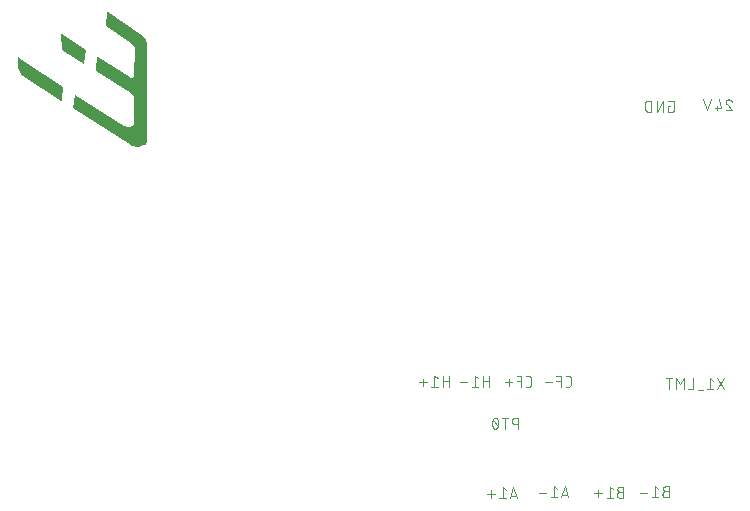
<source format=gbr>
G04 EAGLE Gerber RS-274X export*
G75*
%MOMM*%
%FSLAX34Y34*%
%LPD*%
%INSilkscreen Bottom*%
%IPPOS*%
%AMOC8*
5,1,8,0,0,1.08239X$1,22.5*%
G01*
%ADD10C,0.076200*%

G36*
X241588Y498340D02*
X241588Y498340D01*
X241616Y498348D01*
X241656Y498349D01*
X243478Y498765D01*
X243504Y498777D01*
X243543Y498786D01*
X245260Y499523D01*
X245263Y499525D01*
X245267Y499526D01*
X246230Y499962D01*
X246256Y499982D01*
X246300Y500003D01*
X247147Y500635D01*
X247169Y500661D01*
X247207Y500691D01*
X247899Y501490D01*
X247915Y501519D01*
X247946Y501557D01*
X248451Y502485D01*
X248460Y502518D01*
X248482Y502561D01*
X248777Y503576D01*
X248779Y503605D01*
X248791Y503709D01*
X248767Y504056D01*
X248771Y504082D01*
X248783Y504105D01*
X248782Y504140D01*
X248792Y504191D01*
X248538Y583435D01*
X248551Y584950D01*
X248545Y584974D01*
X248547Y585006D01*
X248336Y586507D01*
X248328Y586527D01*
X248327Y586546D01*
X248325Y586550D01*
X248324Y586562D01*
X247893Y588015D01*
X247881Y588036D01*
X247873Y588067D01*
X247233Y589441D01*
X247215Y589464D01*
X247198Y589500D01*
X246009Y591176D01*
X245989Y591194D01*
X245968Y591225D01*
X244515Y592678D01*
X244492Y592693D01*
X244466Y592719D01*
X242790Y593908D01*
X242784Y593910D01*
X242779Y593916D01*
X215347Y611950D01*
X215294Y611969D01*
X215245Y611997D01*
X215214Y611999D01*
X215184Y612009D01*
X215128Y612003D01*
X215072Y612006D01*
X215043Y611994D01*
X215012Y611991D01*
X214964Y611960D01*
X214912Y611938D01*
X214892Y611914D01*
X214866Y611898D01*
X214837Y611849D01*
X214800Y611806D01*
X214790Y611772D01*
X214776Y611749D01*
X214773Y611715D01*
X214759Y611667D01*
X213743Y600745D01*
X213750Y600701D01*
X213746Y600656D01*
X213761Y600616D01*
X213767Y600574D01*
X213792Y600536D01*
X213809Y600495D01*
X213845Y600459D01*
X213864Y600430D01*
X213887Y600417D01*
X213912Y600393D01*
X234979Y586433D01*
X236019Y585593D01*
X236872Y584586D01*
X237521Y583438D01*
X237944Y582188D01*
X238125Y580878D01*
X237365Y558329D01*
X237293Y557880D01*
X237122Y557486D01*
X236858Y557146D01*
X236518Y556882D01*
X236124Y556711D01*
X235693Y556642D01*
X235065Y556679D01*
X234448Y556833D01*
X233862Y557103D01*
X206706Y574361D01*
X206659Y574377D01*
X206617Y574402D01*
X206579Y574405D01*
X206542Y574418D01*
X206493Y574412D01*
X206444Y574416D01*
X206409Y574402D01*
X206370Y574397D01*
X206329Y574370D01*
X206284Y574351D01*
X206258Y574323D01*
X206226Y574301D01*
X206201Y574259D01*
X206168Y574222D01*
X206155Y574179D01*
X206139Y574152D01*
X206137Y574122D01*
X206124Y574084D01*
X204854Y563162D01*
X204860Y563110D01*
X204857Y563058D01*
X204870Y563025D01*
X204874Y562990D01*
X204902Y562946D01*
X204922Y562897D01*
X204952Y562869D01*
X204968Y562844D01*
X204995Y562828D01*
X205028Y562797D01*
X234478Y544010D01*
X235805Y543001D01*
X236935Y541801D01*
X237297Y541238D01*
X237536Y540617D01*
X237645Y539960D01*
X237618Y539257D01*
X237619Y539254D01*
X237618Y539251D01*
X237110Y518169D01*
X237110Y518168D01*
X237110Y518167D01*
X237099Y517564D01*
X236944Y517034D01*
X236655Y516564D01*
X236255Y516190D01*
X235220Y515680D01*
X235049Y515595D01*
X233740Y515186D01*
X232406Y514988D01*
X231337Y515124D01*
X230288Y515447D01*
X229296Y515951D01*
X187656Y542357D01*
X187609Y542373D01*
X187567Y542398D01*
X187529Y542401D01*
X187492Y542414D01*
X187443Y542408D01*
X187394Y542412D01*
X187359Y542397D01*
X187320Y542393D01*
X187279Y542366D01*
X187234Y542347D01*
X187208Y542318D01*
X187176Y542297D01*
X187151Y542255D01*
X187118Y542218D01*
X187104Y542175D01*
X187088Y542147D01*
X187086Y542118D01*
X187074Y542080D01*
X185804Y531158D01*
X185810Y531105D01*
X185807Y531052D01*
X185820Y531020D01*
X185824Y530986D01*
X185853Y530941D01*
X185873Y530892D01*
X185902Y530865D01*
X185918Y530840D01*
X185945Y530824D01*
X185978Y530793D01*
X232425Y501351D01*
X232649Y501127D01*
X232699Y501096D01*
X232744Y501058D01*
X232772Y501051D01*
X232796Y501036D01*
X232855Y501030D01*
X232890Y501021D01*
X234221Y500071D01*
X234240Y500063D01*
X234260Y500046D01*
X235899Y499150D01*
X235927Y499142D01*
X235962Y499122D01*
X237735Y498536D01*
X237765Y498533D01*
X237802Y498520D01*
X239653Y498263D01*
X239682Y498266D01*
X239722Y498260D01*
X241588Y498340D01*
G37*
G36*
X176038Y537347D02*
X176038Y537347D01*
X176097Y537345D01*
X176123Y537357D01*
X176151Y537360D01*
X176201Y537393D01*
X176255Y537417D01*
X176272Y537439D01*
X176296Y537455D01*
X176326Y537506D01*
X176364Y537552D01*
X176372Y537583D01*
X176385Y537604D01*
X176387Y537639D01*
X176401Y537692D01*
X177163Y548614D01*
X177157Y548654D01*
X177160Y548695D01*
X177143Y548738D01*
X177136Y548785D01*
X177112Y548818D01*
X177097Y548856D01*
X177056Y548896D01*
X177035Y548926D01*
X177015Y548936D01*
X176993Y548957D01*
X142713Y571557D01*
X139674Y573836D01*
X139597Y573870D01*
X139518Y573905D01*
X139517Y573905D01*
X139516Y573906D01*
X139431Y573902D01*
X139345Y573899D01*
X139344Y573898D01*
X139342Y573898D01*
X139267Y573856D01*
X139193Y573816D01*
X139192Y573815D01*
X139191Y573814D01*
X139141Y573742D01*
X139093Y573674D01*
X139093Y573673D01*
X139092Y573671D01*
X139090Y573659D01*
X139066Y573532D01*
X139066Y567690D01*
X139069Y567675D01*
X139067Y567657D01*
X139251Y565578D01*
X139260Y565551D01*
X139263Y565512D01*
X139300Y565376D01*
X139300Y565375D01*
X139403Y564995D01*
X139506Y564615D01*
X139609Y564235D01*
X139712Y563855D01*
X139809Y563498D01*
X139819Y563478D01*
X139820Y563474D01*
X139824Y563466D01*
X139832Y563435D01*
X140723Y561548D01*
X140741Y561525D01*
X140757Y561490D01*
X141966Y559789D01*
X141987Y559770D01*
X142009Y559738D01*
X143497Y558275D01*
X143525Y558258D01*
X143558Y558227D01*
X175816Y537399D01*
X175872Y537379D01*
X175924Y537351D01*
X175952Y537350D01*
X175979Y537340D01*
X176038Y537347D01*
G37*
G36*
X195079Y568334D02*
X195079Y568334D01*
X195132Y568330D01*
X195164Y568344D01*
X195198Y568347D01*
X195243Y568376D01*
X195292Y568396D01*
X195315Y568422D01*
X195344Y568440D01*
X195372Y568486D01*
X195407Y568526D01*
X195419Y568564D01*
X195434Y568589D01*
X195436Y568621D01*
X195450Y568664D01*
X196720Y580094D01*
X196714Y580144D01*
X196718Y580194D01*
X196704Y580229D01*
X196699Y580266D01*
X196672Y580308D01*
X196653Y580355D01*
X196621Y580385D01*
X196605Y580411D01*
X196579Y580426D01*
X196548Y580455D01*
X176482Y593409D01*
X176411Y593435D01*
X176341Y593465D01*
X176330Y593464D01*
X176319Y593468D01*
X176244Y593459D01*
X176168Y593455D01*
X176158Y593449D01*
X176147Y593448D01*
X176083Y593406D01*
X176017Y593369D01*
X176011Y593359D01*
X176002Y593353D01*
X175963Y593288D01*
X175920Y593225D01*
X175918Y593213D01*
X175913Y593204D01*
X175911Y593167D01*
X175896Y593082D01*
X176150Y580890D01*
X176156Y580867D01*
X176154Y580843D01*
X176177Y580784D01*
X176193Y580722D01*
X176209Y580704D01*
X176217Y580682D01*
X176283Y580618D01*
X176306Y580591D01*
X176314Y580588D01*
X176321Y580580D01*
X194863Y568388D01*
X194913Y568370D01*
X194959Y568343D01*
X194993Y568341D01*
X195026Y568329D01*
X195079Y568334D01*
G37*
D10*
X562483Y259461D02*
X562483Y268859D01*
X559872Y268859D01*
X559771Y268857D01*
X559670Y268851D01*
X559569Y268841D01*
X559469Y268828D01*
X559369Y268810D01*
X559270Y268789D01*
X559172Y268763D01*
X559075Y268734D01*
X558979Y268702D01*
X558885Y268665D01*
X558792Y268625D01*
X558700Y268581D01*
X558611Y268534D01*
X558523Y268483D01*
X558437Y268429D01*
X558354Y268372D01*
X558272Y268312D01*
X558194Y268248D01*
X558117Y268182D01*
X558044Y268112D01*
X557973Y268040D01*
X557905Y267965D01*
X557840Y267887D01*
X557778Y267807D01*
X557719Y267725D01*
X557663Y267640D01*
X557611Y267554D01*
X557562Y267465D01*
X557516Y267374D01*
X557475Y267282D01*
X557436Y267188D01*
X557402Y267093D01*
X557371Y266997D01*
X557344Y266899D01*
X557320Y266801D01*
X557301Y266701D01*
X557285Y266601D01*
X557273Y266501D01*
X557265Y266400D01*
X557261Y266299D01*
X557261Y266197D01*
X557265Y266096D01*
X557273Y265995D01*
X557285Y265895D01*
X557301Y265795D01*
X557320Y265695D01*
X557344Y265597D01*
X557371Y265499D01*
X557402Y265403D01*
X557436Y265308D01*
X557475Y265214D01*
X557516Y265122D01*
X557562Y265031D01*
X557611Y264943D01*
X557663Y264856D01*
X557719Y264771D01*
X557778Y264689D01*
X557840Y264609D01*
X557905Y264531D01*
X557973Y264456D01*
X558044Y264384D01*
X558117Y264314D01*
X558194Y264248D01*
X558272Y264184D01*
X558354Y264124D01*
X558437Y264067D01*
X558523Y264013D01*
X558611Y263962D01*
X558700Y263915D01*
X558792Y263871D01*
X558885Y263831D01*
X558979Y263794D01*
X559075Y263762D01*
X559172Y263733D01*
X559270Y263707D01*
X559369Y263686D01*
X559469Y263668D01*
X559569Y263655D01*
X559670Y263645D01*
X559771Y263639D01*
X559872Y263637D01*
X559872Y263638D02*
X562483Y263638D01*
X551774Y259461D02*
X551774Y268859D01*
X549164Y268859D02*
X554385Y268859D01*
X545068Y267554D02*
X545147Y267387D01*
X545222Y267218D01*
X545293Y267047D01*
X545360Y266875D01*
X545422Y266701D01*
X545481Y266525D01*
X545535Y266349D01*
X545585Y266171D01*
X545631Y265991D01*
X545673Y265811D01*
X545710Y265630D01*
X545743Y265448D01*
X545772Y265266D01*
X545796Y265082D01*
X545816Y264898D01*
X545831Y264714D01*
X545842Y264530D01*
X545849Y264345D01*
X545851Y264160D01*
X545068Y267554D02*
X545038Y267634D01*
X545005Y267713D01*
X544968Y267790D01*
X544928Y267866D01*
X544885Y267940D01*
X544839Y268012D01*
X544789Y268081D01*
X544737Y268149D01*
X544681Y268214D01*
X544623Y268277D01*
X544561Y268336D01*
X544498Y268394D01*
X544431Y268448D01*
X544363Y268499D01*
X544292Y268547D01*
X544219Y268592D01*
X544145Y268634D01*
X544068Y268672D01*
X543990Y268707D01*
X543911Y268739D01*
X543830Y268767D01*
X543748Y268791D01*
X543664Y268812D01*
X543581Y268829D01*
X543496Y268842D01*
X543411Y268851D01*
X543326Y268857D01*
X543240Y268859D01*
X543154Y268857D01*
X543069Y268851D01*
X542984Y268842D01*
X542899Y268829D01*
X542816Y268812D01*
X542732Y268791D01*
X542650Y268767D01*
X542570Y268739D01*
X542490Y268707D01*
X542412Y268672D01*
X542335Y268634D01*
X542261Y268592D01*
X542188Y268547D01*
X542117Y268499D01*
X542049Y268448D01*
X541982Y268394D01*
X541919Y268336D01*
X541858Y268277D01*
X541799Y268214D01*
X541744Y268149D01*
X541691Y268081D01*
X541641Y268012D01*
X541595Y267940D01*
X541552Y267866D01*
X541512Y267790D01*
X541475Y267713D01*
X541442Y267634D01*
X541412Y267554D01*
X541333Y267387D01*
X541258Y267218D01*
X541187Y267047D01*
X541120Y266875D01*
X541058Y266701D01*
X540999Y266525D01*
X540945Y266349D01*
X540895Y266171D01*
X540849Y265991D01*
X540807Y265811D01*
X540770Y265630D01*
X540737Y265448D01*
X540708Y265266D01*
X540684Y265082D01*
X540664Y264898D01*
X540649Y264714D01*
X540638Y264530D01*
X540631Y264345D01*
X540629Y264160D01*
X545850Y264160D02*
X545848Y263975D01*
X545841Y263790D01*
X545830Y263606D01*
X545815Y263422D01*
X545795Y263238D01*
X545771Y263054D01*
X545742Y262872D01*
X545709Y262690D01*
X545672Y262509D01*
X545630Y262329D01*
X545584Y262149D01*
X545534Y261971D01*
X545480Y261795D01*
X545421Y261619D01*
X545359Y261445D01*
X545292Y261273D01*
X545221Y261102D01*
X545146Y260933D01*
X545067Y260766D01*
X545068Y260766D02*
X545038Y260686D01*
X545005Y260607D01*
X544968Y260530D01*
X544928Y260454D01*
X544885Y260380D01*
X544839Y260308D01*
X544789Y260239D01*
X544736Y260171D01*
X544681Y260106D01*
X544622Y260043D01*
X544561Y259984D01*
X544498Y259926D01*
X544431Y259872D01*
X544363Y259821D01*
X544292Y259773D01*
X544219Y259728D01*
X544145Y259686D01*
X544068Y259648D01*
X543990Y259613D01*
X543911Y259581D01*
X543830Y259553D01*
X543748Y259529D01*
X543664Y259508D01*
X543581Y259491D01*
X543496Y259478D01*
X543411Y259469D01*
X543326Y259463D01*
X543240Y259461D01*
X541412Y260766D02*
X541333Y260933D01*
X541258Y261102D01*
X541187Y261273D01*
X541120Y261445D01*
X541058Y261619D01*
X540999Y261795D01*
X540945Y261971D01*
X540895Y262149D01*
X540849Y262329D01*
X540807Y262509D01*
X540770Y262690D01*
X540737Y262872D01*
X540708Y263054D01*
X540684Y263238D01*
X540664Y263422D01*
X540649Y263606D01*
X540638Y263790D01*
X540631Y263975D01*
X540629Y264160D01*
X541412Y260766D02*
X541442Y260686D01*
X541475Y260607D01*
X541512Y260530D01*
X541552Y260454D01*
X541595Y260380D01*
X541641Y260308D01*
X541691Y260239D01*
X541744Y260171D01*
X541799Y260106D01*
X541858Y260043D01*
X541919Y259984D01*
X541982Y259926D01*
X542049Y259872D01*
X542117Y259821D01*
X542188Y259773D01*
X542261Y259728D01*
X542335Y259686D01*
X542412Y259648D01*
X542490Y259613D01*
X542570Y259581D01*
X542650Y259553D01*
X542732Y259529D01*
X542816Y259508D01*
X542899Y259491D01*
X542984Y259478D01*
X543069Y259469D01*
X543154Y259463D01*
X543240Y259461D01*
X545328Y261549D02*
X541151Y266771D01*
X503809Y295021D02*
X503809Y304419D01*
X503809Y300242D02*
X498588Y300242D01*
X498588Y304419D02*
X498588Y295021D01*
X494360Y302331D02*
X491750Y304419D01*
X491750Y295021D01*
X494360Y295021D02*
X489139Y295021D01*
X485129Y298676D02*
X478863Y298676D01*
X481996Y295543D02*
X481996Y301808D01*
X538099Y304419D02*
X538099Y295021D01*
X538099Y300242D02*
X532878Y300242D01*
X532878Y304419D02*
X532878Y295021D01*
X528650Y302331D02*
X526040Y304419D01*
X526040Y295021D01*
X528650Y295021D02*
X523429Y295021D01*
X519419Y298676D02*
X513153Y298676D01*
X569228Y295021D02*
X571317Y295021D01*
X571406Y295023D01*
X571494Y295029D01*
X571582Y295038D01*
X571670Y295051D01*
X571757Y295068D01*
X571843Y295088D01*
X571928Y295113D01*
X572013Y295140D01*
X572096Y295172D01*
X572177Y295206D01*
X572257Y295245D01*
X572335Y295286D01*
X572412Y295331D01*
X572486Y295379D01*
X572559Y295430D01*
X572629Y295484D01*
X572696Y295542D01*
X572762Y295602D01*
X572824Y295664D01*
X572884Y295730D01*
X572942Y295797D01*
X572996Y295867D01*
X573047Y295940D01*
X573095Y296014D01*
X573140Y296091D01*
X573181Y296169D01*
X573220Y296249D01*
X573254Y296330D01*
X573286Y296413D01*
X573313Y296498D01*
X573338Y296583D01*
X573358Y296669D01*
X573375Y296756D01*
X573388Y296844D01*
X573397Y296932D01*
X573403Y297020D01*
X573405Y297109D01*
X573405Y302331D01*
X573403Y302420D01*
X573397Y302508D01*
X573388Y302596D01*
X573375Y302684D01*
X573358Y302771D01*
X573338Y302857D01*
X573313Y302942D01*
X573286Y303027D01*
X573254Y303110D01*
X573220Y303191D01*
X573181Y303271D01*
X573140Y303349D01*
X573095Y303426D01*
X573047Y303500D01*
X572996Y303573D01*
X572942Y303643D01*
X572884Y303710D01*
X572824Y303776D01*
X572762Y303838D01*
X572696Y303898D01*
X572629Y303956D01*
X572559Y304010D01*
X572486Y304061D01*
X572412Y304109D01*
X572335Y304154D01*
X572257Y304195D01*
X572177Y304234D01*
X572096Y304268D01*
X572013Y304300D01*
X571928Y304327D01*
X571843Y304352D01*
X571757Y304372D01*
X571670Y304389D01*
X571582Y304402D01*
X571494Y304411D01*
X571406Y304417D01*
X571317Y304419D01*
X569228Y304419D01*
X565437Y304419D02*
X565437Y295021D01*
X565437Y304419D02*
X561260Y304419D01*
X561260Y300242D02*
X565437Y300242D01*
X557747Y298676D02*
X551482Y298676D01*
X554614Y301808D02*
X554614Y295543D01*
X603010Y295021D02*
X605099Y295021D01*
X605188Y295023D01*
X605276Y295029D01*
X605364Y295038D01*
X605452Y295051D01*
X605539Y295068D01*
X605625Y295088D01*
X605710Y295113D01*
X605795Y295140D01*
X605878Y295172D01*
X605959Y295206D01*
X606039Y295245D01*
X606117Y295286D01*
X606194Y295331D01*
X606268Y295379D01*
X606341Y295430D01*
X606411Y295484D01*
X606478Y295542D01*
X606544Y295602D01*
X606606Y295664D01*
X606666Y295730D01*
X606724Y295797D01*
X606778Y295867D01*
X606829Y295940D01*
X606877Y296014D01*
X606922Y296091D01*
X606963Y296169D01*
X607002Y296249D01*
X607036Y296330D01*
X607068Y296413D01*
X607095Y296498D01*
X607120Y296583D01*
X607140Y296669D01*
X607157Y296756D01*
X607170Y296844D01*
X607179Y296932D01*
X607185Y297020D01*
X607187Y297109D01*
X607187Y302331D01*
X607185Y302420D01*
X607179Y302508D01*
X607170Y302596D01*
X607157Y302684D01*
X607140Y302771D01*
X607120Y302857D01*
X607095Y302942D01*
X607068Y303027D01*
X607036Y303110D01*
X607002Y303191D01*
X606963Y303271D01*
X606922Y303349D01*
X606877Y303426D01*
X606829Y303500D01*
X606778Y303573D01*
X606724Y303643D01*
X606666Y303710D01*
X606606Y303776D01*
X606544Y303838D01*
X606478Y303898D01*
X606411Y303956D01*
X606341Y304010D01*
X606268Y304061D01*
X606194Y304109D01*
X606117Y304154D01*
X606039Y304195D01*
X605959Y304234D01*
X605878Y304268D01*
X605795Y304300D01*
X605710Y304327D01*
X605625Y304352D01*
X605539Y304372D01*
X605452Y304389D01*
X605364Y304402D01*
X605276Y304411D01*
X605188Y304417D01*
X605099Y304419D01*
X603010Y304419D01*
X599219Y304419D02*
X599219Y295021D01*
X599219Y304419D02*
X595042Y304419D01*
X595042Y300242D02*
X599219Y300242D01*
X591529Y298676D02*
X585264Y298676D01*
X558588Y209931D02*
X561721Y200533D01*
X555456Y200533D02*
X558588Y209931D01*
X556239Y202883D02*
X560938Y202883D01*
X552055Y207843D02*
X549444Y209931D01*
X549444Y200533D01*
X546834Y200533D02*
X552055Y200533D01*
X542823Y204188D02*
X536558Y204188D01*
X539691Y201055D02*
X539691Y207320D01*
X602022Y210693D02*
X605155Y201295D01*
X598890Y201295D02*
X602022Y210693D01*
X599673Y203645D02*
X604372Y203645D01*
X595489Y208605D02*
X592878Y210693D01*
X592878Y201295D01*
X590268Y201295D02*
X595489Y201295D01*
X586257Y204950D02*
X579992Y204950D01*
X648772Y206262D02*
X651383Y206262D01*
X648772Y206263D02*
X648671Y206261D01*
X648570Y206255D01*
X648469Y206245D01*
X648369Y206232D01*
X648269Y206214D01*
X648170Y206193D01*
X648072Y206167D01*
X647975Y206138D01*
X647879Y206106D01*
X647785Y206069D01*
X647692Y206029D01*
X647600Y205985D01*
X647511Y205938D01*
X647423Y205887D01*
X647337Y205833D01*
X647254Y205776D01*
X647172Y205716D01*
X647094Y205652D01*
X647017Y205586D01*
X646944Y205516D01*
X646873Y205444D01*
X646805Y205369D01*
X646740Y205291D01*
X646678Y205211D01*
X646619Y205129D01*
X646563Y205044D01*
X646511Y204958D01*
X646462Y204869D01*
X646416Y204778D01*
X646375Y204686D01*
X646336Y204592D01*
X646302Y204497D01*
X646271Y204401D01*
X646244Y204303D01*
X646220Y204205D01*
X646201Y204105D01*
X646185Y204005D01*
X646173Y203905D01*
X646165Y203804D01*
X646161Y203703D01*
X646161Y203601D01*
X646165Y203500D01*
X646173Y203399D01*
X646185Y203299D01*
X646201Y203199D01*
X646220Y203099D01*
X646244Y203001D01*
X646271Y202903D01*
X646302Y202807D01*
X646336Y202712D01*
X646375Y202618D01*
X646416Y202526D01*
X646462Y202435D01*
X646511Y202347D01*
X646563Y202260D01*
X646619Y202175D01*
X646678Y202093D01*
X646740Y202013D01*
X646805Y201935D01*
X646873Y201860D01*
X646944Y201788D01*
X647017Y201718D01*
X647094Y201652D01*
X647172Y201588D01*
X647254Y201528D01*
X647337Y201471D01*
X647423Y201417D01*
X647511Y201366D01*
X647600Y201319D01*
X647692Y201275D01*
X647785Y201235D01*
X647879Y201198D01*
X647975Y201166D01*
X648072Y201137D01*
X648170Y201111D01*
X648269Y201090D01*
X648369Y201072D01*
X648469Y201059D01*
X648570Y201049D01*
X648671Y201043D01*
X648772Y201041D01*
X651383Y201041D01*
X651383Y210439D01*
X648772Y210439D01*
X648682Y210437D01*
X648593Y210431D01*
X648503Y210422D01*
X648414Y210408D01*
X648326Y210391D01*
X648239Y210370D01*
X648152Y210345D01*
X648067Y210316D01*
X647983Y210284D01*
X647901Y210249D01*
X647820Y210209D01*
X647741Y210167D01*
X647664Y210121D01*
X647589Y210071D01*
X647516Y210019D01*
X647445Y209963D01*
X647377Y209905D01*
X647312Y209843D01*
X647249Y209779D01*
X647189Y209712D01*
X647132Y209643D01*
X647078Y209571D01*
X647027Y209497D01*
X646979Y209421D01*
X646935Y209343D01*
X646894Y209263D01*
X646856Y209181D01*
X646822Y209098D01*
X646792Y209013D01*
X646765Y208927D01*
X646742Y208841D01*
X646723Y208753D01*
X646708Y208664D01*
X646696Y208575D01*
X646688Y208486D01*
X646684Y208396D01*
X646684Y208306D01*
X646688Y208216D01*
X646696Y208127D01*
X646708Y208038D01*
X646723Y207949D01*
X646742Y207861D01*
X646765Y207775D01*
X646792Y207689D01*
X646822Y207604D01*
X646856Y207521D01*
X646894Y207439D01*
X646935Y207359D01*
X646979Y207281D01*
X647027Y207205D01*
X647078Y207131D01*
X647132Y207059D01*
X647189Y206990D01*
X647249Y206923D01*
X647312Y206859D01*
X647377Y206797D01*
X647445Y206739D01*
X647516Y206683D01*
X647589Y206631D01*
X647664Y206581D01*
X647741Y206535D01*
X647820Y206493D01*
X647901Y206453D01*
X647983Y206418D01*
X648067Y206386D01*
X648152Y206357D01*
X648239Y206332D01*
X648326Y206311D01*
X648414Y206294D01*
X648503Y206280D01*
X648593Y206271D01*
X648682Y206265D01*
X648772Y206263D01*
X642675Y208351D02*
X640065Y210439D01*
X640065Y201041D01*
X642675Y201041D02*
X637454Y201041D01*
X633444Y204696D02*
X627178Y204696D01*
X630311Y201563D02*
X630311Y207828D01*
X687380Y206516D02*
X689991Y206516D01*
X687380Y206517D02*
X687279Y206515D01*
X687178Y206509D01*
X687077Y206499D01*
X686977Y206486D01*
X686877Y206468D01*
X686778Y206447D01*
X686680Y206421D01*
X686583Y206392D01*
X686487Y206360D01*
X686393Y206323D01*
X686300Y206283D01*
X686208Y206239D01*
X686119Y206192D01*
X686031Y206141D01*
X685945Y206087D01*
X685862Y206030D01*
X685780Y205970D01*
X685702Y205906D01*
X685625Y205840D01*
X685552Y205770D01*
X685481Y205698D01*
X685413Y205623D01*
X685348Y205545D01*
X685286Y205465D01*
X685227Y205383D01*
X685171Y205298D01*
X685119Y205212D01*
X685070Y205123D01*
X685024Y205032D01*
X684983Y204940D01*
X684944Y204846D01*
X684910Y204751D01*
X684879Y204655D01*
X684852Y204557D01*
X684828Y204459D01*
X684809Y204359D01*
X684793Y204259D01*
X684781Y204159D01*
X684773Y204058D01*
X684769Y203957D01*
X684769Y203855D01*
X684773Y203754D01*
X684781Y203653D01*
X684793Y203553D01*
X684809Y203453D01*
X684828Y203353D01*
X684852Y203255D01*
X684879Y203157D01*
X684910Y203061D01*
X684944Y202966D01*
X684983Y202872D01*
X685024Y202780D01*
X685070Y202689D01*
X685119Y202601D01*
X685171Y202514D01*
X685227Y202429D01*
X685286Y202347D01*
X685348Y202267D01*
X685413Y202189D01*
X685481Y202114D01*
X685552Y202042D01*
X685625Y201972D01*
X685702Y201906D01*
X685780Y201842D01*
X685862Y201782D01*
X685945Y201725D01*
X686031Y201671D01*
X686119Y201620D01*
X686208Y201573D01*
X686300Y201529D01*
X686393Y201489D01*
X686487Y201452D01*
X686583Y201420D01*
X686680Y201391D01*
X686778Y201365D01*
X686877Y201344D01*
X686977Y201326D01*
X687077Y201313D01*
X687178Y201303D01*
X687279Y201297D01*
X687380Y201295D01*
X689991Y201295D01*
X689991Y210693D01*
X687380Y210693D01*
X687290Y210691D01*
X687201Y210685D01*
X687111Y210676D01*
X687022Y210662D01*
X686934Y210645D01*
X686847Y210624D01*
X686760Y210599D01*
X686675Y210570D01*
X686591Y210538D01*
X686509Y210503D01*
X686428Y210463D01*
X686349Y210421D01*
X686272Y210375D01*
X686197Y210325D01*
X686124Y210273D01*
X686053Y210217D01*
X685985Y210159D01*
X685920Y210097D01*
X685857Y210033D01*
X685797Y209966D01*
X685740Y209897D01*
X685686Y209825D01*
X685635Y209751D01*
X685587Y209675D01*
X685543Y209597D01*
X685502Y209517D01*
X685464Y209435D01*
X685430Y209352D01*
X685400Y209267D01*
X685373Y209181D01*
X685350Y209095D01*
X685331Y209007D01*
X685316Y208918D01*
X685304Y208829D01*
X685296Y208740D01*
X685292Y208650D01*
X685292Y208560D01*
X685296Y208470D01*
X685304Y208381D01*
X685316Y208292D01*
X685331Y208203D01*
X685350Y208115D01*
X685373Y208029D01*
X685400Y207943D01*
X685430Y207858D01*
X685464Y207775D01*
X685502Y207693D01*
X685543Y207613D01*
X685587Y207535D01*
X685635Y207459D01*
X685686Y207385D01*
X685740Y207313D01*
X685797Y207244D01*
X685857Y207177D01*
X685920Y207113D01*
X685985Y207051D01*
X686053Y206993D01*
X686124Y206937D01*
X686197Y206885D01*
X686272Y206835D01*
X686349Y206789D01*
X686428Y206747D01*
X686509Y206707D01*
X686591Y206672D01*
X686675Y206640D01*
X686760Y206611D01*
X686847Y206586D01*
X686934Y206565D01*
X687022Y206548D01*
X687111Y206534D01*
X687201Y206525D01*
X687290Y206519D01*
X687380Y206517D01*
X681283Y208605D02*
X678673Y210693D01*
X678673Y201295D01*
X681283Y201295D02*
X676062Y201295D01*
X672052Y204950D02*
X665786Y204950D01*
X737235Y292989D02*
X730970Y302387D01*
X737235Y302387D02*
X730970Y292989D01*
X727569Y300299D02*
X724958Y302387D01*
X724958Y292989D01*
X722348Y292989D02*
X727569Y292989D01*
X718817Y291945D02*
X714640Y291945D01*
X710788Y292989D02*
X710788Y302387D01*
X710788Y292989D02*
X706611Y292989D01*
X702793Y292989D02*
X702793Y302387D01*
X699660Y297166D01*
X696528Y302387D01*
X696528Y292989D01*
X690211Y292989D02*
X690211Y302387D01*
X687601Y302387D02*
X692822Y302387D01*
X691162Y533160D02*
X689596Y533160D01*
X689596Y527939D01*
X692729Y527939D01*
X692818Y527941D01*
X692906Y527947D01*
X692994Y527956D01*
X693082Y527969D01*
X693169Y527986D01*
X693255Y528006D01*
X693340Y528031D01*
X693425Y528058D01*
X693508Y528090D01*
X693589Y528124D01*
X693669Y528163D01*
X693747Y528204D01*
X693824Y528249D01*
X693898Y528297D01*
X693971Y528348D01*
X694041Y528402D01*
X694108Y528460D01*
X694174Y528520D01*
X694236Y528582D01*
X694296Y528648D01*
X694354Y528715D01*
X694408Y528785D01*
X694459Y528858D01*
X694507Y528932D01*
X694552Y529009D01*
X694593Y529087D01*
X694632Y529167D01*
X694666Y529248D01*
X694698Y529331D01*
X694725Y529416D01*
X694750Y529501D01*
X694770Y529587D01*
X694787Y529674D01*
X694800Y529762D01*
X694809Y529850D01*
X694815Y529938D01*
X694817Y530027D01*
X694817Y535249D01*
X694815Y535338D01*
X694809Y535426D01*
X694800Y535514D01*
X694787Y535602D01*
X694770Y535689D01*
X694750Y535775D01*
X694725Y535860D01*
X694698Y535945D01*
X694666Y536028D01*
X694632Y536109D01*
X694593Y536189D01*
X694552Y536267D01*
X694507Y536344D01*
X694459Y536418D01*
X694408Y536491D01*
X694354Y536561D01*
X694296Y536628D01*
X694236Y536694D01*
X694174Y536756D01*
X694108Y536816D01*
X694041Y536874D01*
X693971Y536928D01*
X693898Y536979D01*
X693824Y537027D01*
X693747Y537072D01*
X693669Y537113D01*
X693589Y537152D01*
X693508Y537186D01*
X693425Y537218D01*
X693340Y537245D01*
X693255Y537270D01*
X693169Y537290D01*
X693082Y537307D01*
X692994Y537320D01*
X692906Y537329D01*
X692818Y537335D01*
X692729Y537337D01*
X689596Y537337D01*
X685063Y537337D02*
X685063Y527939D01*
X679842Y527939D02*
X685063Y537337D01*
X679842Y537337D02*
X679842Y527939D01*
X675310Y527939D02*
X675310Y537337D01*
X672699Y537337D01*
X672599Y537335D01*
X672499Y537329D01*
X672400Y537320D01*
X672300Y537306D01*
X672202Y537289D01*
X672104Y537268D01*
X672007Y537244D01*
X671911Y537215D01*
X671816Y537183D01*
X671723Y537148D01*
X671631Y537109D01*
X671540Y537066D01*
X671452Y537020D01*
X671365Y536970D01*
X671280Y536918D01*
X671197Y536862D01*
X671116Y536803D01*
X671038Y536740D01*
X670962Y536675D01*
X670888Y536607D01*
X670818Y536537D01*
X670750Y536463D01*
X670685Y536387D01*
X670622Y536309D01*
X670563Y536228D01*
X670507Y536145D01*
X670455Y536060D01*
X670405Y535973D01*
X670359Y535885D01*
X670316Y535794D01*
X670277Y535702D01*
X670242Y535609D01*
X670210Y535514D01*
X670181Y535418D01*
X670157Y535321D01*
X670136Y535223D01*
X670119Y535125D01*
X670105Y535025D01*
X670096Y534926D01*
X670090Y534826D01*
X670088Y534726D01*
X670089Y534726D02*
X670089Y530550D01*
X670088Y530550D02*
X670090Y530450D01*
X670096Y530350D01*
X670105Y530251D01*
X670119Y530151D01*
X670136Y530053D01*
X670157Y529955D01*
X670181Y529858D01*
X670210Y529762D01*
X670242Y529667D01*
X670277Y529574D01*
X670316Y529482D01*
X670359Y529391D01*
X670405Y529303D01*
X670455Y529216D01*
X670507Y529131D01*
X670563Y529048D01*
X670622Y528967D01*
X670685Y528889D01*
X670750Y528813D01*
X670818Y528739D01*
X670888Y528669D01*
X670962Y528601D01*
X671038Y528536D01*
X671116Y528473D01*
X671197Y528414D01*
X671280Y528358D01*
X671365Y528306D01*
X671452Y528256D01*
X671540Y528210D01*
X671631Y528167D01*
X671723Y528128D01*
X671816Y528093D01*
X671911Y528061D01*
X672007Y528032D01*
X672104Y528008D01*
X672202Y527987D01*
X672300Y527970D01*
X672400Y527956D01*
X672499Y527947D01*
X672599Y527941D01*
X672699Y527939D01*
X675310Y527939D01*
X738363Y536004D02*
X738365Y536099D01*
X738371Y536193D01*
X738380Y536287D01*
X738393Y536381D01*
X738410Y536474D01*
X738431Y536566D01*
X738456Y536658D01*
X738484Y536748D01*
X738516Y536837D01*
X738551Y536925D01*
X738590Y537011D01*
X738632Y537096D01*
X738678Y537179D01*
X738727Y537260D01*
X738779Y537339D01*
X738834Y537416D01*
X738893Y537490D01*
X738954Y537562D01*
X739018Y537632D01*
X739085Y537699D01*
X739155Y537763D01*
X739227Y537824D01*
X739301Y537883D01*
X739378Y537938D01*
X739457Y537990D01*
X739538Y538039D01*
X739621Y538085D01*
X739706Y538127D01*
X739792Y538166D01*
X739880Y538201D01*
X739969Y538233D01*
X740059Y538261D01*
X740151Y538286D01*
X740243Y538307D01*
X740336Y538324D01*
X740430Y538337D01*
X740524Y538346D01*
X740618Y538352D01*
X740713Y538354D01*
X740713Y538353D02*
X740821Y538351D01*
X740930Y538345D01*
X741038Y538335D01*
X741145Y538322D01*
X741252Y538304D01*
X741359Y538283D01*
X741464Y538258D01*
X741569Y538229D01*
X741672Y538197D01*
X741774Y538160D01*
X741875Y538120D01*
X741974Y538077D01*
X742072Y538030D01*
X742168Y537979D01*
X742262Y537925D01*
X742354Y537868D01*
X742444Y537807D01*
X742532Y537743D01*
X742617Y537677D01*
X742700Y537607D01*
X742780Y537534D01*
X742858Y537458D01*
X742933Y537380D01*
X743005Y537299D01*
X743074Y537215D01*
X743140Y537129D01*
X743203Y537041D01*
X743262Y536950D01*
X743319Y536858D01*
X743372Y536763D01*
X743421Y536666D01*
X743467Y536568D01*
X743510Y536469D01*
X743549Y536367D01*
X743584Y536265D01*
X739147Y534176D02*
X739078Y534245D01*
X739012Y534316D01*
X738948Y534389D01*
X738887Y534465D01*
X738829Y534544D01*
X738775Y534624D01*
X738723Y534707D01*
X738675Y534791D01*
X738629Y534877D01*
X738588Y534965D01*
X738549Y535055D01*
X738514Y535146D01*
X738483Y535238D01*
X738455Y535331D01*
X738431Y535425D01*
X738411Y535520D01*
X738394Y535616D01*
X738381Y535713D01*
X738372Y535810D01*
X738366Y535907D01*
X738364Y536004D01*
X739147Y534176D02*
X743585Y528955D01*
X738364Y528955D01*
X734441Y531043D02*
X732353Y538353D01*
X734441Y531043D02*
X729220Y531043D01*
X730786Y533132D02*
X730786Y528955D01*
X722687Y528955D02*
X725819Y538353D01*
X719554Y538353D02*
X722687Y528955D01*
M02*

</source>
